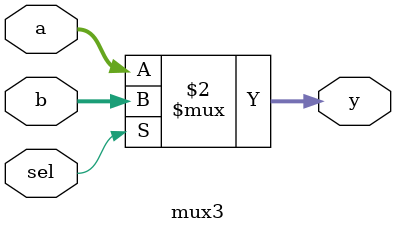
<source format=v>
module mux3(
    input [2:0] a,         // Input 0 (rt)
    input [2:0] b,         // Input 1 (rd)
    input sel,             // Select Signal (RegDst)
    output [2:0] y         // Output
);

    assign y = (sel == 1'b0) ? a : b;

endmodule
</source>
